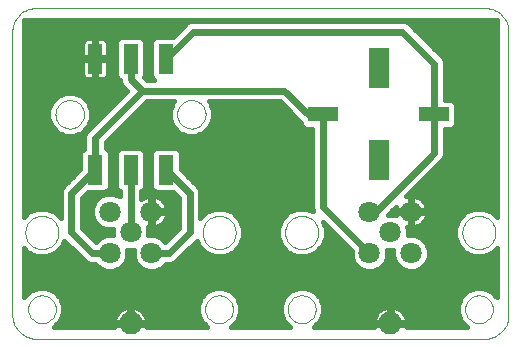
<source format=gbl>
G75*
G70*
%OFA0B0*%
%FSLAX24Y24*%
%IPPOS*%
%LPD*%
%AMOC8*
5,1,8,0,0,1.08239X$1,22.5*
%
%ADD10C,0.0000*%
%ADD11C,0.0709*%
%ADD12C,0.0768*%
%ADD13R,0.0500X0.1000*%
%ADD14R,0.1000X0.0500*%
%ADD15R,0.0650X0.1350*%
%ADD16C,0.0240*%
%ADD17C,0.0160*%
D10*
X006007Y000888D02*
X006007Y010337D01*
X006009Y010391D01*
X006014Y010444D01*
X006023Y010497D01*
X006036Y010549D01*
X006052Y010601D01*
X006072Y010651D01*
X006095Y010699D01*
X006122Y010746D01*
X006151Y010791D01*
X006184Y010834D01*
X006219Y010874D01*
X006257Y010912D01*
X006297Y010947D01*
X006340Y010980D01*
X006385Y011009D01*
X006432Y011036D01*
X006480Y011059D01*
X006530Y011079D01*
X006582Y011095D01*
X006634Y011108D01*
X006687Y011117D01*
X006740Y011122D01*
X006794Y011124D01*
X021755Y011124D01*
X021809Y011122D01*
X021862Y011117D01*
X021915Y011108D01*
X021967Y011095D01*
X022019Y011079D01*
X022069Y011059D01*
X022117Y011036D01*
X022164Y011009D01*
X022209Y010980D01*
X022252Y010947D01*
X022292Y010912D01*
X022330Y010874D01*
X022365Y010834D01*
X022398Y010791D01*
X022427Y010746D01*
X022454Y010699D01*
X022477Y010651D01*
X022497Y010601D01*
X022513Y010549D01*
X022526Y010497D01*
X022535Y010444D01*
X022540Y010391D01*
X022542Y010337D01*
X022542Y000888D01*
X022540Y000834D01*
X022535Y000781D01*
X022526Y000728D01*
X022513Y000676D01*
X022497Y000624D01*
X022477Y000574D01*
X022454Y000526D01*
X022427Y000479D01*
X022398Y000434D01*
X022365Y000391D01*
X022330Y000351D01*
X022292Y000313D01*
X022252Y000278D01*
X022209Y000245D01*
X022164Y000216D01*
X022117Y000189D01*
X022069Y000166D01*
X022019Y000146D01*
X021967Y000130D01*
X021915Y000117D01*
X021862Y000108D01*
X021809Y000103D01*
X021755Y000101D01*
X006794Y000101D01*
X006740Y000103D01*
X006687Y000108D01*
X006634Y000117D01*
X006582Y000130D01*
X006530Y000146D01*
X006480Y000166D01*
X006432Y000189D01*
X006385Y000216D01*
X006340Y000245D01*
X006297Y000278D01*
X006257Y000313D01*
X006219Y000351D01*
X006184Y000391D01*
X006151Y000434D01*
X006122Y000479D01*
X006095Y000526D01*
X006072Y000574D01*
X006052Y000624D01*
X006036Y000676D01*
X006023Y000728D01*
X006014Y000781D01*
X006009Y000834D01*
X006007Y000888D01*
X006528Y001085D02*
X006530Y001128D01*
X006536Y001170D01*
X006546Y001212D01*
X006559Y001252D01*
X006577Y001291D01*
X006597Y001329D01*
X006622Y001364D01*
X006649Y001397D01*
X006679Y001427D01*
X006712Y001454D01*
X006747Y001479D01*
X006785Y001499D01*
X006824Y001517D01*
X006864Y001530D01*
X006906Y001540D01*
X006948Y001546D01*
X006991Y001548D01*
X007034Y001546D01*
X007076Y001540D01*
X007118Y001530D01*
X007158Y001517D01*
X007197Y001499D01*
X007235Y001479D01*
X007270Y001454D01*
X007303Y001427D01*
X007333Y001397D01*
X007360Y001364D01*
X007385Y001329D01*
X007405Y001291D01*
X007423Y001252D01*
X007436Y001212D01*
X007446Y001170D01*
X007452Y001128D01*
X007454Y001085D01*
X007452Y001042D01*
X007446Y001000D01*
X007436Y000958D01*
X007423Y000918D01*
X007405Y000879D01*
X007385Y000841D01*
X007360Y000806D01*
X007333Y000773D01*
X007303Y000743D01*
X007270Y000716D01*
X007235Y000691D01*
X007197Y000671D01*
X007158Y000653D01*
X007118Y000640D01*
X007076Y000630D01*
X007034Y000624D01*
X006991Y000622D01*
X006948Y000624D01*
X006906Y000630D01*
X006864Y000640D01*
X006824Y000653D01*
X006785Y000671D01*
X006747Y000691D01*
X006712Y000716D01*
X006679Y000743D01*
X006649Y000773D01*
X006622Y000806D01*
X006597Y000841D01*
X006577Y000879D01*
X006559Y000918D01*
X006546Y000958D01*
X006536Y001000D01*
X006530Y001042D01*
X006528Y001085D01*
X006440Y003644D02*
X006442Y003691D01*
X006448Y003737D01*
X006458Y003783D01*
X006471Y003828D01*
X006489Y003871D01*
X006510Y003913D01*
X006534Y003953D01*
X006562Y003990D01*
X006593Y004025D01*
X006627Y004058D01*
X006663Y004087D01*
X006702Y004113D01*
X006743Y004136D01*
X006786Y004155D01*
X006830Y004171D01*
X006875Y004183D01*
X006921Y004191D01*
X006968Y004195D01*
X007014Y004195D01*
X007061Y004191D01*
X007107Y004183D01*
X007152Y004171D01*
X007196Y004155D01*
X007239Y004136D01*
X007280Y004113D01*
X007319Y004087D01*
X007355Y004058D01*
X007389Y004025D01*
X007420Y003990D01*
X007448Y003953D01*
X007472Y003913D01*
X007493Y003871D01*
X007511Y003828D01*
X007524Y003783D01*
X007534Y003737D01*
X007540Y003691D01*
X007542Y003644D01*
X007540Y003597D01*
X007534Y003551D01*
X007524Y003505D01*
X007511Y003460D01*
X007493Y003417D01*
X007472Y003375D01*
X007448Y003335D01*
X007420Y003298D01*
X007389Y003263D01*
X007355Y003230D01*
X007319Y003201D01*
X007280Y003175D01*
X007239Y003152D01*
X007196Y003133D01*
X007152Y003117D01*
X007107Y003105D01*
X007061Y003097D01*
X007014Y003093D01*
X006968Y003093D01*
X006921Y003097D01*
X006875Y003105D01*
X006830Y003117D01*
X006786Y003133D01*
X006743Y003152D01*
X006702Y003175D01*
X006663Y003201D01*
X006627Y003230D01*
X006593Y003263D01*
X006562Y003298D01*
X006534Y003335D01*
X006510Y003375D01*
X006489Y003417D01*
X006471Y003460D01*
X006458Y003505D01*
X006448Y003551D01*
X006442Y003597D01*
X006440Y003644D01*
X007442Y007581D02*
X007444Y007624D01*
X007450Y007667D01*
X007460Y007709D01*
X007473Y007750D01*
X007490Y007789D01*
X007511Y007827D01*
X007535Y007863D01*
X007562Y007897D01*
X007592Y007927D01*
X007625Y007955D01*
X007661Y007980D01*
X007698Y008002D01*
X007737Y008020D01*
X007778Y008034D01*
X007820Y008045D01*
X007862Y008052D01*
X007905Y008055D01*
X007948Y008054D01*
X007991Y008049D01*
X008033Y008040D01*
X008075Y008028D01*
X008115Y008011D01*
X008153Y007991D01*
X008189Y007968D01*
X008223Y007942D01*
X008255Y007912D01*
X008284Y007880D01*
X008309Y007845D01*
X008332Y007809D01*
X008351Y007770D01*
X008366Y007730D01*
X008378Y007688D01*
X008386Y007646D01*
X008390Y007603D01*
X008390Y007559D01*
X008386Y007516D01*
X008378Y007474D01*
X008366Y007432D01*
X008351Y007392D01*
X008332Y007353D01*
X008309Y007317D01*
X008284Y007282D01*
X008255Y007250D01*
X008223Y007220D01*
X008189Y007194D01*
X008153Y007171D01*
X008115Y007151D01*
X008075Y007134D01*
X008033Y007122D01*
X007991Y007113D01*
X007948Y007108D01*
X007905Y007107D01*
X007862Y007110D01*
X007820Y007117D01*
X007778Y007128D01*
X007737Y007142D01*
X007698Y007160D01*
X007661Y007182D01*
X007625Y007207D01*
X007592Y007235D01*
X007562Y007265D01*
X007535Y007299D01*
X007511Y007335D01*
X007490Y007373D01*
X007473Y007412D01*
X007460Y007453D01*
X007450Y007495D01*
X007444Y007538D01*
X007442Y007581D01*
X011497Y007581D02*
X011499Y007624D01*
X011505Y007667D01*
X011515Y007709D01*
X011528Y007750D01*
X011545Y007789D01*
X011566Y007827D01*
X011590Y007863D01*
X011617Y007897D01*
X011647Y007927D01*
X011680Y007955D01*
X011716Y007980D01*
X011753Y008002D01*
X011792Y008020D01*
X011833Y008034D01*
X011875Y008045D01*
X011917Y008052D01*
X011960Y008055D01*
X012003Y008054D01*
X012046Y008049D01*
X012088Y008040D01*
X012130Y008028D01*
X012170Y008011D01*
X012208Y007991D01*
X012244Y007968D01*
X012278Y007942D01*
X012310Y007912D01*
X012339Y007880D01*
X012364Y007845D01*
X012387Y007809D01*
X012406Y007770D01*
X012421Y007730D01*
X012433Y007688D01*
X012441Y007646D01*
X012445Y007603D01*
X012445Y007559D01*
X012441Y007516D01*
X012433Y007474D01*
X012421Y007432D01*
X012406Y007392D01*
X012387Y007353D01*
X012364Y007317D01*
X012339Y007282D01*
X012310Y007250D01*
X012278Y007220D01*
X012244Y007194D01*
X012208Y007171D01*
X012170Y007151D01*
X012130Y007134D01*
X012088Y007122D01*
X012046Y007113D01*
X012003Y007108D01*
X011960Y007107D01*
X011917Y007110D01*
X011875Y007117D01*
X011833Y007128D01*
X011792Y007142D01*
X011753Y007160D01*
X011716Y007182D01*
X011680Y007207D01*
X011647Y007235D01*
X011617Y007265D01*
X011590Y007299D01*
X011566Y007335D01*
X011545Y007373D01*
X011528Y007412D01*
X011515Y007453D01*
X011505Y007495D01*
X011499Y007538D01*
X011497Y007581D01*
X012346Y003644D02*
X012348Y003691D01*
X012354Y003737D01*
X012364Y003783D01*
X012377Y003828D01*
X012395Y003871D01*
X012416Y003913D01*
X012440Y003953D01*
X012468Y003990D01*
X012499Y004025D01*
X012533Y004058D01*
X012569Y004087D01*
X012608Y004113D01*
X012649Y004136D01*
X012692Y004155D01*
X012736Y004171D01*
X012781Y004183D01*
X012827Y004191D01*
X012874Y004195D01*
X012920Y004195D01*
X012967Y004191D01*
X013013Y004183D01*
X013058Y004171D01*
X013102Y004155D01*
X013145Y004136D01*
X013186Y004113D01*
X013225Y004087D01*
X013261Y004058D01*
X013295Y004025D01*
X013326Y003990D01*
X013354Y003953D01*
X013378Y003913D01*
X013399Y003871D01*
X013417Y003828D01*
X013430Y003783D01*
X013440Y003737D01*
X013446Y003691D01*
X013448Y003644D01*
X013446Y003597D01*
X013440Y003551D01*
X013430Y003505D01*
X013417Y003460D01*
X013399Y003417D01*
X013378Y003375D01*
X013354Y003335D01*
X013326Y003298D01*
X013295Y003263D01*
X013261Y003230D01*
X013225Y003201D01*
X013186Y003175D01*
X013145Y003152D01*
X013102Y003133D01*
X013058Y003117D01*
X013013Y003105D01*
X012967Y003097D01*
X012920Y003093D01*
X012874Y003093D01*
X012827Y003097D01*
X012781Y003105D01*
X012736Y003117D01*
X012692Y003133D01*
X012649Y003152D01*
X012608Y003175D01*
X012569Y003201D01*
X012533Y003230D01*
X012499Y003263D01*
X012468Y003298D01*
X012440Y003335D01*
X012416Y003375D01*
X012395Y003417D01*
X012377Y003460D01*
X012364Y003505D01*
X012354Y003551D01*
X012348Y003597D01*
X012346Y003644D01*
X012434Y001085D02*
X012436Y001128D01*
X012442Y001170D01*
X012452Y001212D01*
X012465Y001252D01*
X012483Y001291D01*
X012503Y001329D01*
X012528Y001364D01*
X012555Y001397D01*
X012585Y001427D01*
X012618Y001454D01*
X012653Y001479D01*
X012691Y001499D01*
X012730Y001517D01*
X012770Y001530D01*
X012812Y001540D01*
X012854Y001546D01*
X012897Y001548D01*
X012940Y001546D01*
X012982Y001540D01*
X013024Y001530D01*
X013064Y001517D01*
X013103Y001499D01*
X013141Y001479D01*
X013176Y001454D01*
X013209Y001427D01*
X013239Y001397D01*
X013266Y001364D01*
X013291Y001329D01*
X013311Y001291D01*
X013329Y001252D01*
X013342Y001212D01*
X013352Y001170D01*
X013358Y001128D01*
X013360Y001085D01*
X013358Y001042D01*
X013352Y001000D01*
X013342Y000958D01*
X013329Y000918D01*
X013311Y000879D01*
X013291Y000841D01*
X013266Y000806D01*
X013239Y000773D01*
X013209Y000743D01*
X013176Y000716D01*
X013141Y000691D01*
X013103Y000671D01*
X013064Y000653D01*
X013024Y000640D01*
X012982Y000630D01*
X012940Y000624D01*
X012897Y000622D01*
X012854Y000624D01*
X012812Y000630D01*
X012770Y000640D01*
X012730Y000653D01*
X012691Y000671D01*
X012653Y000691D01*
X012618Y000716D01*
X012585Y000743D01*
X012555Y000773D01*
X012528Y000806D01*
X012503Y000841D01*
X012483Y000879D01*
X012465Y000918D01*
X012452Y000958D01*
X012442Y001000D01*
X012436Y001042D01*
X012434Y001085D01*
X015190Y001085D02*
X015192Y001128D01*
X015198Y001170D01*
X015208Y001212D01*
X015221Y001252D01*
X015239Y001291D01*
X015259Y001329D01*
X015284Y001364D01*
X015311Y001397D01*
X015341Y001427D01*
X015374Y001454D01*
X015409Y001479D01*
X015447Y001499D01*
X015486Y001517D01*
X015526Y001530D01*
X015568Y001540D01*
X015610Y001546D01*
X015653Y001548D01*
X015696Y001546D01*
X015738Y001540D01*
X015780Y001530D01*
X015820Y001517D01*
X015859Y001499D01*
X015897Y001479D01*
X015932Y001454D01*
X015965Y001427D01*
X015995Y001397D01*
X016022Y001364D01*
X016047Y001329D01*
X016067Y001291D01*
X016085Y001252D01*
X016098Y001212D01*
X016108Y001170D01*
X016114Y001128D01*
X016116Y001085D01*
X016114Y001042D01*
X016108Y001000D01*
X016098Y000958D01*
X016085Y000918D01*
X016067Y000879D01*
X016047Y000841D01*
X016022Y000806D01*
X015995Y000773D01*
X015965Y000743D01*
X015932Y000716D01*
X015897Y000691D01*
X015859Y000671D01*
X015820Y000653D01*
X015780Y000640D01*
X015738Y000630D01*
X015696Y000624D01*
X015653Y000622D01*
X015610Y000624D01*
X015568Y000630D01*
X015526Y000640D01*
X015486Y000653D01*
X015447Y000671D01*
X015409Y000691D01*
X015374Y000716D01*
X015341Y000743D01*
X015311Y000773D01*
X015284Y000806D01*
X015259Y000841D01*
X015239Y000879D01*
X015221Y000918D01*
X015208Y000958D01*
X015198Y001000D01*
X015192Y001042D01*
X015190Y001085D01*
X015102Y003644D02*
X015104Y003691D01*
X015110Y003737D01*
X015120Y003783D01*
X015133Y003828D01*
X015151Y003871D01*
X015172Y003913D01*
X015196Y003953D01*
X015224Y003990D01*
X015255Y004025D01*
X015289Y004058D01*
X015325Y004087D01*
X015364Y004113D01*
X015405Y004136D01*
X015448Y004155D01*
X015492Y004171D01*
X015537Y004183D01*
X015583Y004191D01*
X015630Y004195D01*
X015676Y004195D01*
X015723Y004191D01*
X015769Y004183D01*
X015814Y004171D01*
X015858Y004155D01*
X015901Y004136D01*
X015942Y004113D01*
X015981Y004087D01*
X016017Y004058D01*
X016051Y004025D01*
X016082Y003990D01*
X016110Y003953D01*
X016134Y003913D01*
X016155Y003871D01*
X016173Y003828D01*
X016186Y003783D01*
X016196Y003737D01*
X016202Y003691D01*
X016204Y003644D01*
X016202Y003597D01*
X016196Y003551D01*
X016186Y003505D01*
X016173Y003460D01*
X016155Y003417D01*
X016134Y003375D01*
X016110Y003335D01*
X016082Y003298D01*
X016051Y003263D01*
X016017Y003230D01*
X015981Y003201D01*
X015942Y003175D01*
X015901Y003152D01*
X015858Y003133D01*
X015814Y003117D01*
X015769Y003105D01*
X015723Y003097D01*
X015676Y003093D01*
X015630Y003093D01*
X015583Y003097D01*
X015537Y003105D01*
X015492Y003117D01*
X015448Y003133D01*
X015405Y003152D01*
X015364Y003175D01*
X015325Y003201D01*
X015289Y003230D01*
X015255Y003263D01*
X015224Y003298D01*
X015196Y003335D01*
X015172Y003375D01*
X015151Y003417D01*
X015133Y003460D01*
X015120Y003505D01*
X015110Y003551D01*
X015104Y003597D01*
X015102Y003644D01*
X021007Y003644D02*
X021009Y003691D01*
X021015Y003737D01*
X021025Y003783D01*
X021038Y003828D01*
X021056Y003871D01*
X021077Y003913D01*
X021101Y003953D01*
X021129Y003990D01*
X021160Y004025D01*
X021194Y004058D01*
X021230Y004087D01*
X021269Y004113D01*
X021310Y004136D01*
X021353Y004155D01*
X021397Y004171D01*
X021442Y004183D01*
X021488Y004191D01*
X021535Y004195D01*
X021581Y004195D01*
X021628Y004191D01*
X021674Y004183D01*
X021719Y004171D01*
X021763Y004155D01*
X021806Y004136D01*
X021847Y004113D01*
X021886Y004087D01*
X021922Y004058D01*
X021956Y004025D01*
X021987Y003990D01*
X022015Y003953D01*
X022039Y003913D01*
X022060Y003871D01*
X022078Y003828D01*
X022091Y003783D01*
X022101Y003737D01*
X022107Y003691D01*
X022109Y003644D01*
X022107Y003597D01*
X022101Y003551D01*
X022091Y003505D01*
X022078Y003460D01*
X022060Y003417D01*
X022039Y003375D01*
X022015Y003335D01*
X021987Y003298D01*
X021956Y003263D01*
X021922Y003230D01*
X021886Y003201D01*
X021847Y003175D01*
X021806Y003152D01*
X021763Y003133D01*
X021719Y003117D01*
X021674Y003105D01*
X021628Y003097D01*
X021581Y003093D01*
X021535Y003093D01*
X021488Y003097D01*
X021442Y003105D01*
X021397Y003117D01*
X021353Y003133D01*
X021310Y003152D01*
X021269Y003175D01*
X021230Y003201D01*
X021194Y003230D01*
X021160Y003263D01*
X021129Y003298D01*
X021101Y003335D01*
X021077Y003375D01*
X021056Y003417D01*
X021038Y003460D01*
X021025Y003505D01*
X021015Y003551D01*
X021009Y003597D01*
X021007Y003644D01*
X021095Y001085D02*
X021097Y001128D01*
X021103Y001170D01*
X021113Y001212D01*
X021126Y001252D01*
X021144Y001291D01*
X021164Y001329D01*
X021189Y001364D01*
X021216Y001397D01*
X021246Y001427D01*
X021279Y001454D01*
X021314Y001479D01*
X021352Y001499D01*
X021391Y001517D01*
X021431Y001530D01*
X021473Y001540D01*
X021515Y001546D01*
X021558Y001548D01*
X021601Y001546D01*
X021643Y001540D01*
X021685Y001530D01*
X021725Y001517D01*
X021764Y001499D01*
X021802Y001479D01*
X021837Y001454D01*
X021870Y001427D01*
X021900Y001397D01*
X021927Y001364D01*
X021952Y001329D01*
X021972Y001291D01*
X021990Y001252D01*
X022003Y001212D01*
X022013Y001170D01*
X022019Y001128D01*
X022021Y001085D01*
X022019Y001042D01*
X022013Y001000D01*
X022003Y000958D01*
X021990Y000918D01*
X021972Y000879D01*
X021952Y000841D01*
X021927Y000806D01*
X021900Y000773D01*
X021870Y000743D01*
X021837Y000716D01*
X021802Y000691D01*
X021764Y000671D01*
X021725Y000653D01*
X021685Y000640D01*
X021643Y000630D01*
X021601Y000624D01*
X021558Y000622D01*
X021515Y000624D01*
X021473Y000630D01*
X021431Y000640D01*
X021391Y000653D01*
X021352Y000671D01*
X021314Y000691D01*
X021279Y000716D01*
X021246Y000743D01*
X021216Y000773D01*
X021189Y000806D01*
X021164Y000841D01*
X021144Y000879D01*
X021126Y000918D01*
X021113Y000958D01*
X021103Y001000D01*
X021097Y001042D01*
X021095Y001085D01*
D11*
X019301Y002948D03*
X018605Y003644D03*
X017909Y004340D03*
X019301Y004340D03*
X017909Y002948D03*
X010640Y002948D03*
X009944Y003644D03*
X010640Y004340D03*
X009248Y004340D03*
X009248Y002948D03*
D12*
X009944Y000613D03*
X018605Y000613D03*
D13*
X011125Y005731D03*
X009944Y005731D03*
X008763Y005731D03*
X008763Y009431D03*
X009944Y009431D03*
X011125Y009431D03*
D14*
X016361Y007581D03*
X020062Y007581D03*
D15*
X018212Y006052D03*
X018212Y009111D03*
D16*
X018999Y010337D02*
X020062Y009274D01*
X020062Y007581D01*
X020062Y006282D01*
X018120Y004340D01*
X017909Y004340D01*
X017909Y002948D02*
X016361Y004496D01*
X016361Y007581D01*
X015849Y007581D01*
X015062Y008369D01*
X010338Y008369D01*
X008763Y006794D01*
X008763Y005731D01*
X008763Y006006D01*
X008763Y005731D02*
X007975Y004944D01*
X007975Y003644D01*
X008671Y002948D01*
X009248Y002948D01*
X009944Y003644D02*
X009944Y005731D01*
X011125Y005731D02*
X011912Y004944D01*
X011912Y003644D01*
X011216Y002948D01*
X010640Y002948D01*
X010338Y008369D02*
X009944Y008762D01*
X009944Y009431D01*
X011125Y009431D02*
X012031Y010337D01*
X018999Y010337D01*
D17*
X019280Y010565D02*
X022149Y010565D01*
X022149Y010715D02*
X022149Y004172D01*
X022006Y004315D01*
X021715Y004435D01*
X021401Y004435D01*
X021110Y004315D01*
X020887Y004092D01*
X020767Y003801D01*
X020767Y003487D01*
X020887Y003196D01*
X021110Y002973D01*
X021401Y002853D01*
X021715Y002853D01*
X022006Y002973D01*
X022149Y003116D01*
X022149Y001488D01*
X021956Y001681D01*
X021698Y001788D01*
X021418Y001788D01*
X021160Y001681D01*
X020962Y001483D01*
X020856Y001225D01*
X020856Y000945D01*
X020962Y000687D01*
X021155Y000494D01*
X019157Y000494D01*
X019169Y000565D01*
X018654Y000565D01*
X018654Y000661D01*
X019169Y000661D01*
X019155Y000745D01*
X019128Y000829D01*
X019088Y000908D01*
X019035Y000980D01*
X018973Y001043D01*
X018901Y001095D01*
X018822Y001135D01*
X018737Y001163D01*
X018653Y001176D01*
X018653Y000661D01*
X018557Y000661D01*
X018557Y001176D01*
X018473Y001163D01*
X018389Y001135D01*
X018310Y001095D01*
X018238Y001043D01*
X018175Y000980D01*
X018123Y000908D01*
X018083Y000829D01*
X018055Y000745D01*
X018042Y000661D01*
X018557Y000661D01*
X018557Y000565D01*
X018042Y000565D01*
X018053Y000494D01*
X016056Y000494D01*
X016248Y000687D01*
X016355Y000945D01*
X016355Y001225D01*
X016248Y001483D01*
X016051Y001681D01*
X015792Y001788D01*
X015513Y001788D01*
X015255Y001681D01*
X015057Y001483D01*
X014950Y001225D01*
X014950Y000945D01*
X015057Y000687D01*
X015250Y000494D01*
X013300Y000494D01*
X013492Y000687D01*
X013599Y000945D01*
X013599Y001225D01*
X013492Y001483D01*
X013295Y001681D01*
X013036Y001788D01*
X012757Y001788D01*
X012499Y001681D01*
X012301Y001483D01*
X012194Y001225D01*
X012194Y000945D01*
X012301Y000687D01*
X012494Y000494D01*
X010496Y000494D01*
X010507Y000565D01*
X009992Y000565D01*
X009992Y000661D01*
X009896Y000661D01*
X009896Y001176D01*
X009812Y001163D01*
X009727Y001135D01*
X009648Y001095D01*
X009577Y001043D01*
X009514Y000980D01*
X009462Y000908D01*
X009421Y000829D01*
X009394Y000745D01*
X009381Y000661D01*
X009896Y000661D01*
X009896Y000565D01*
X009381Y000565D01*
X009392Y000494D01*
X007394Y000494D01*
X007587Y000687D01*
X007694Y000945D01*
X007694Y001225D01*
X007587Y001483D01*
X007389Y001681D01*
X007131Y001788D01*
X006851Y001788D01*
X006593Y001681D01*
X006401Y001488D01*
X006401Y003116D01*
X006543Y002973D01*
X006834Y002853D01*
X007149Y002853D01*
X007439Y002973D01*
X007662Y003196D01*
X007736Y003375D01*
X008366Y002744D01*
X008467Y002643D01*
X008600Y002588D01*
X008767Y002588D01*
X008911Y002444D01*
X009130Y002354D01*
X009366Y002354D01*
X009585Y002444D01*
X009752Y002611D01*
X009842Y002830D01*
X009842Y003050D01*
X010046Y003050D01*
X010046Y002830D01*
X010136Y002611D01*
X010303Y002444D01*
X010522Y002354D01*
X010758Y002354D01*
X010977Y002444D01*
X011120Y002588D01*
X011288Y002588D01*
X011420Y002643D01*
X011522Y002744D01*
X011522Y002744D01*
X012152Y003375D01*
X012226Y003196D01*
X012449Y002973D01*
X012739Y002853D01*
X013054Y002853D01*
X013345Y002973D01*
X013567Y003196D01*
X013688Y003487D01*
X013688Y003801D01*
X013567Y004092D01*
X013345Y004315D01*
X013054Y004435D01*
X012739Y004435D01*
X012449Y004315D01*
X012272Y004139D01*
X012272Y005015D01*
X012218Y005148D01*
X012116Y005249D01*
X011615Y005750D01*
X011615Y006279D01*
X011578Y006367D01*
X011511Y006435D01*
X011423Y006471D01*
X010827Y006471D01*
X010739Y006435D01*
X010672Y006367D01*
X010635Y006279D01*
X010635Y005183D01*
X010672Y005095D01*
X010739Y005028D01*
X010827Y004991D01*
X011356Y004991D01*
X011552Y004795D01*
X011552Y003793D01*
X011094Y003335D01*
X010977Y003452D01*
X010758Y003542D01*
X010538Y003542D01*
X010538Y003762D01*
X010515Y003819D01*
X010598Y003806D01*
X010602Y003806D01*
X010602Y004302D01*
X010678Y004302D01*
X010678Y004378D01*
X011174Y004378D01*
X011174Y004382D01*
X011161Y004465D01*
X011135Y004545D01*
X011097Y004620D01*
X011047Y004688D01*
X010988Y004748D01*
X010920Y004797D01*
X010845Y004835D01*
X010765Y004861D01*
X010682Y004874D01*
X010678Y004874D01*
X010678Y004378D01*
X010602Y004378D01*
X010602Y004874D01*
X010598Y004874D01*
X010515Y004861D01*
X010435Y004835D01*
X010360Y004797D01*
X010304Y004756D01*
X010304Y005017D01*
X010330Y005028D01*
X010397Y005095D01*
X010434Y005183D01*
X010434Y006279D01*
X010397Y006367D01*
X010330Y006435D01*
X010242Y006471D01*
X009646Y006471D01*
X009558Y006435D01*
X009490Y006367D01*
X009454Y006279D01*
X009454Y005183D01*
X009490Y005095D01*
X009558Y005028D01*
X009584Y005017D01*
X009584Y004844D01*
X009366Y004934D01*
X009130Y004934D01*
X008911Y004844D01*
X008744Y004677D01*
X008654Y004458D01*
X008654Y004222D01*
X008744Y004003D01*
X008911Y003836D01*
X009130Y003746D01*
X009350Y003746D01*
X009350Y003542D01*
X009130Y003542D01*
X008911Y003452D01*
X008794Y003335D01*
X008335Y003793D01*
X008335Y004795D01*
X008532Y004991D01*
X009061Y004991D01*
X009149Y005028D01*
X009216Y005095D01*
X009253Y005183D01*
X009253Y006279D01*
X009216Y006367D01*
X009149Y006435D01*
X009123Y006445D01*
X009123Y006645D01*
X010487Y008009D01*
X011389Y008009D01*
X011366Y007986D01*
X011257Y007723D01*
X011257Y007439D01*
X011366Y007176D01*
X011567Y006975D01*
X011829Y006867D01*
X012114Y006867D01*
X012376Y006975D01*
X012577Y007176D01*
X012686Y007439D01*
X012686Y007723D01*
X012577Y007986D01*
X012554Y008009D01*
X014913Y008009D01*
X015621Y007300D01*
X015621Y007283D01*
X015658Y007195D01*
X015725Y007128D01*
X015814Y007091D01*
X016001Y007091D01*
X016001Y004425D01*
X016036Y004342D01*
X015810Y004435D01*
X015495Y004435D01*
X015204Y004315D01*
X014982Y004092D01*
X014861Y003801D01*
X014861Y003487D01*
X014982Y003196D01*
X015204Y002973D01*
X015495Y002853D01*
X015810Y002853D01*
X016101Y002973D01*
X016323Y003196D01*
X016444Y003487D01*
X016444Y003801D01*
X016371Y003978D01*
X017315Y003033D01*
X017315Y002830D01*
X017406Y002611D01*
X017573Y002444D01*
X017791Y002354D01*
X018028Y002354D01*
X018246Y002444D01*
X018413Y002611D01*
X018504Y002830D01*
X018504Y003050D01*
X018707Y003050D01*
X018707Y002830D01*
X018797Y002611D01*
X018965Y002444D01*
X019183Y002354D01*
X019420Y002354D01*
X019638Y002444D01*
X019805Y002611D01*
X019896Y002830D01*
X019896Y003066D01*
X019805Y003285D01*
X019638Y003452D01*
X019420Y003542D01*
X019200Y003542D01*
X019200Y003762D01*
X019176Y003819D01*
X019259Y003806D01*
X019263Y003806D01*
X019263Y004302D01*
X018767Y004302D01*
X018767Y004298D01*
X018780Y004215D01*
X018780Y004215D01*
X018724Y004238D01*
X018528Y004238D01*
X018793Y004503D01*
X018780Y004465D01*
X018767Y004382D01*
X018767Y004378D01*
X019263Y004378D01*
X019263Y004302D01*
X019339Y004302D01*
X019339Y003806D01*
X019343Y003806D01*
X019426Y003819D01*
X019506Y003845D01*
X019581Y003883D01*
X019649Y003933D01*
X019709Y003992D01*
X019758Y004060D01*
X019796Y004135D01*
X019822Y004215D01*
X019836Y004298D01*
X019836Y004302D01*
X019340Y004302D01*
X019340Y004378D01*
X019836Y004378D01*
X019836Y004382D01*
X019822Y004465D01*
X019796Y004545D01*
X019758Y004620D01*
X019709Y004688D01*
X019649Y004748D01*
X019581Y004797D01*
X019506Y004835D01*
X019426Y004861D01*
X019343Y004874D01*
X019339Y004874D01*
X019339Y004378D01*
X019263Y004378D01*
X019263Y004874D01*
X019259Y004874D01*
X019176Y004861D01*
X019138Y004849D01*
X020266Y005977D01*
X020367Y006078D01*
X020422Y006210D01*
X020422Y007091D01*
X020610Y007091D01*
X020698Y007128D01*
X020765Y007195D01*
X020802Y007283D01*
X020802Y007879D01*
X020765Y007967D01*
X020698Y008035D01*
X020610Y008071D01*
X020422Y008071D01*
X020422Y009346D01*
X020367Y009478D01*
X020266Y009579D01*
X019203Y010642D01*
X019071Y010697D01*
X018927Y010697D01*
X011959Y010697D01*
X011827Y010642D01*
X011726Y010541D01*
X011356Y010171D01*
X010827Y010171D01*
X010739Y010135D01*
X010672Y010067D01*
X010635Y009979D01*
X010635Y008883D01*
X010672Y008795D01*
X010738Y008728D01*
X010487Y008728D01*
X010404Y008811D01*
X010434Y008883D01*
X010434Y009979D01*
X010397Y010067D01*
X010330Y010135D01*
X010242Y010171D01*
X009646Y010171D01*
X009558Y010135D01*
X009490Y010067D01*
X009454Y009979D01*
X009454Y008883D01*
X009490Y008795D01*
X009558Y008728D01*
X009584Y008717D01*
X009584Y008691D01*
X009639Y008558D01*
X009740Y008457D01*
X009829Y008369D01*
X008559Y007099D01*
X008458Y006998D01*
X008403Y006865D01*
X008403Y006445D01*
X008377Y006435D01*
X008309Y006367D01*
X008273Y006279D01*
X008273Y005750D01*
X007771Y005249D01*
X007670Y005148D01*
X007615Y005015D01*
X007615Y004139D01*
X007439Y004315D01*
X007149Y004435D01*
X006834Y004435D01*
X006543Y004315D01*
X006401Y004172D01*
X006401Y010715D01*
X006407Y010724D01*
X006416Y010731D01*
X022133Y010731D01*
X022142Y010724D01*
X022149Y010715D01*
X022143Y010723D02*
X006407Y010723D01*
X006401Y010565D02*
X011749Y010565D01*
X011591Y010406D02*
X006401Y010406D01*
X006401Y010248D02*
X011432Y010248D01*
X010694Y010089D02*
X010375Y010089D01*
X010434Y009930D02*
X010635Y009930D01*
X010635Y009772D02*
X010434Y009772D01*
X010434Y009613D02*
X010635Y009613D01*
X010635Y009455D02*
X010434Y009455D01*
X010434Y009296D02*
X010635Y009296D01*
X010635Y009138D02*
X010434Y009138D01*
X010434Y008979D02*
X010635Y008979D01*
X010661Y008821D02*
X010408Y008821D01*
X009805Y008345D02*
X006401Y008345D01*
X006401Y008186D02*
X007511Y008186D01*
X007512Y008187D02*
X007311Y007986D01*
X007202Y007723D01*
X007202Y007439D01*
X007311Y007176D01*
X007512Y006975D01*
X007774Y006867D01*
X008058Y006867D01*
X008321Y006975D01*
X008522Y007176D01*
X008631Y007439D01*
X008631Y007723D01*
X008522Y007986D01*
X008321Y008187D01*
X008058Y008295D01*
X007774Y008295D01*
X007512Y008187D01*
X007353Y008028D02*
X006401Y008028D01*
X006401Y007869D02*
X007263Y007869D01*
X007202Y007711D02*
X006401Y007711D01*
X006401Y007552D02*
X007202Y007552D01*
X007221Y007394D02*
X006401Y007394D01*
X006401Y007235D02*
X007286Y007235D01*
X007410Y007077D02*
X006401Y007077D01*
X006401Y006918D02*
X007650Y006918D01*
X008183Y006918D02*
X008425Y006918D01*
X008422Y007077D02*
X008537Y007077D01*
X008546Y007235D02*
X008695Y007235D01*
X008612Y007394D02*
X008854Y007394D01*
X009012Y007552D02*
X008631Y007552D01*
X008631Y007711D02*
X009171Y007711D01*
X009329Y007869D02*
X008570Y007869D01*
X008480Y008028D02*
X009488Y008028D01*
X009647Y008186D02*
X008321Y008186D01*
X008489Y008751D02*
X008718Y008751D01*
X008718Y009386D01*
X008808Y009386D01*
X008808Y009476D01*
X009193Y009476D01*
X009193Y009955D01*
X009181Y010001D01*
X009157Y010042D01*
X009123Y010075D01*
X009082Y010099D01*
X009037Y010111D01*
X008808Y010111D01*
X008808Y009476D01*
X008718Y009476D01*
X008718Y010111D01*
X008489Y010111D01*
X008443Y010099D01*
X008402Y010075D01*
X008369Y010042D01*
X008345Y010001D01*
X008333Y009955D01*
X008333Y009476D01*
X008718Y009476D01*
X008718Y009386D01*
X008333Y009386D01*
X008333Y008907D01*
X008345Y008862D01*
X008369Y008821D01*
X006401Y008821D01*
X006401Y008979D02*
X008333Y008979D01*
X008333Y009138D02*
X006401Y009138D01*
X006401Y009296D02*
X008333Y009296D01*
X008333Y009613D02*
X006401Y009613D01*
X006401Y009455D02*
X008718Y009455D01*
X008808Y009455D02*
X009454Y009455D01*
X009454Y009613D02*
X009193Y009613D01*
X009193Y009772D02*
X009454Y009772D01*
X009454Y009930D02*
X009193Y009930D01*
X009099Y010089D02*
X009512Y010089D01*
X008808Y010089D02*
X008718Y010089D01*
X008718Y009930D02*
X008808Y009930D01*
X008808Y009772D02*
X008718Y009772D01*
X008718Y009613D02*
X008808Y009613D01*
X008808Y009386D02*
X009193Y009386D01*
X009193Y008907D01*
X009181Y008862D01*
X009157Y008821D01*
X009480Y008821D01*
X009454Y008979D02*
X009193Y008979D01*
X009193Y009138D02*
X009454Y009138D01*
X009454Y009296D02*
X009193Y009296D01*
X008808Y009296D02*
X008718Y009296D01*
X008808Y009386D02*
X008808Y008751D01*
X009037Y008751D01*
X009082Y008763D01*
X009123Y008787D01*
X009157Y008821D01*
X008808Y008821D02*
X008718Y008821D01*
X008718Y008979D02*
X008808Y008979D01*
X008808Y009138D02*
X008718Y009138D01*
X008489Y008751D02*
X008443Y008763D01*
X008402Y008787D01*
X008369Y008821D01*
X008333Y009772D02*
X006401Y009772D01*
X006401Y009930D02*
X008333Y009930D01*
X008426Y010089D02*
X006401Y010089D01*
X006401Y008662D02*
X009596Y008662D01*
X009693Y008504D02*
X006401Y008504D01*
X006401Y006760D02*
X008403Y006760D01*
X008403Y006601D02*
X006401Y006601D01*
X006401Y006443D02*
X008396Y006443D01*
X008275Y006284D02*
X006401Y006284D01*
X006401Y006125D02*
X008273Y006125D01*
X008273Y005967D02*
X006401Y005967D01*
X006401Y005808D02*
X008273Y005808D01*
X008172Y005650D02*
X006401Y005650D01*
X006401Y005491D02*
X008014Y005491D01*
X007855Y005333D02*
X006401Y005333D01*
X006401Y005174D02*
X007697Y005174D01*
X007616Y005016D02*
X006401Y005016D01*
X006401Y004857D02*
X007615Y004857D01*
X007615Y004699D02*
X006401Y004699D01*
X006401Y004540D02*
X007615Y004540D01*
X007615Y004381D02*
X007278Y004381D01*
X007531Y004223D02*
X007615Y004223D01*
X008335Y004223D02*
X008654Y004223D01*
X008654Y004381D02*
X008335Y004381D01*
X008335Y004540D02*
X008687Y004540D01*
X008766Y004699D02*
X008335Y004699D01*
X008398Y004857D02*
X008943Y004857D01*
X009120Y005016D02*
X009584Y005016D01*
X009584Y004857D02*
X009553Y004857D01*
X009458Y005174D02*
X009249Y005174D01*
X009253Y005333D02*
X009454Y005333D01*
X009454Y005491D02*
X009253Y005491D01*
X009253Y005650D02*
X009454Y005650D01*
X009454Y005808D02*
X009253Y005808D01*
X009253Y005967D02*
X009454Y005967D01*
X009454Y006125D02*
X009253Y006125D01*
X009251Y006284D02*
X009456Y006284D01*
X009577Y006443D02*
X009129Y006443D01*
X009123Y006601D02*
X016001Y006601D01*
X016001Y006443D02*
X011492Y006443D01*
X011613Y006284D02*
X016001Y006284D01*
X016001Y006125D02*
X011615Y006125D01*
X011615Y005967D02*
X016001Y005967D01*
X016001Y005808D02*
X011615Y005808D01*
X011715Y005650D02*
X016001Y005650D01*
X016001Y005491D02*
X011874Y005491D01*
X012032Y005333D02*
X016001Y005333D01*
X016001Y005174D02*
X012191Y005174D01*
X012116Y005249D02*
X012116Y005249D01*
X012272Y005016D02*
X016001Y005016D01*
X016001Y004857D02*
X012272Y004857D01*
X012272Y004699D02*
X016001Y004699D01*
X016001Y004540D02*
X012272Y004540D01*
X012272Y004381D02*
X012609Y004381D01*
X012357Y004223D02*
X012272Y004223D01*
X011552Y004223D02*
X011162Y004223D01*
X011161Y004215D02*
X011174Y004298D01*
X011174Y004302D01*
X010678Y004302D01*
X010678Y003806D01*
X010682Y003806D01*
X010765Y003819D01*
X010845Y003845D01*
X010920Y003883D01*
X010988Y003933D01*
X011047Y003992D01*
X011097Y004060D01*
X011135Y004135D01*
X011161Y004215D01*
X011099Y004064D02*
X011552Y004064D01*
X011552Y003906D02*
X010951Y003906D01*
X010678Y003906D02*
X010602Y003906D01*
X010602Y004064D02*
X010678Y004064D01*
X010678Y004223D02*
X010602Y004223D01*
X010602Y004381D02*
X010678Y004381D01*
X010678Y004540D02*
X010602Y004540D01*
X010602Y004699D02*
X010678Y004699D01*
X010678Y004857D02*
X010602Y004857D01*
X010502Y004857D02*
X010304Y004857D01*
X010304Y005016D02*
X010768Y005016D01*
X010778Y004857D02*
X011490Y004857D01*
X011552Y004699D02*
X011037Y004699D01*
X011137Y004540D02*
X011552Y004540D01*
X011552Y004381D02*
X011174Y004381D01*
X011507Y003747D02*
X010538Y003747D01*
X010538Y003589D02*
X011348Y003589D01*
X011189Y003430D02*
X010998Y003430D01*
X011573Y002796D02*
X017329Y002796D01*
X017315Y002955D02*
X016055Y002955D01*
X016241Y003113D02*
X017235Y003113D01*
X017077Y003272D02*
X016355Y003272D01*
X016420Y003430D02*
X016918Y003430D01*
X016760Y003589D02*
X016444Y003589D01*
X016444Y003747D02*
X016601Y003747D01*
X016443Y003906D02*
X016401Y003906D01*
X016019Y004381D02*
X015940Y004381D01*
X015365Y004381D02*
X013184Y004381D01*
X013437Y004223D02*
X015113Y004223D01*
X014970Y004064D02*
X013579Y004064D01*
X013645Y003906D02*
X014905Y003906D01*
X014861Y003747D02*
X013688Y003747D01*
X013688Y003589D02*
X014861Y003589D01*
X014885Y003430D02*
X013664Y003430D01*
X013599Y003272D02*
X014950Y003272D01*
X015065Y003113D02*
X013485Y003113D01*
X013299Y002955D02*
X015250Y002955D01*
X015268Y001686D02*
X013281Y001686D01*
X013448Y001528D02*
X015102Y001528D01*
X015010Y001369D02*
X013539Y001369D01*
X013599Y001211D02*
X014950Y001211D01*
X014950Y001052D02*
X013599Y001052D01*
X013578Y000894D02*
X014971Y000894D01*
X015037Y000735D02*
X013512Y000735D01*
X013382Y000576D02*
X015168Y000576D01*
X016138Y000576D02*
X018557Y000576D01*
X018654Y000576D02*
X021073Y000576D01*
X020943Y000735D02*
X019157Y000735D01*
X019095Y000894D02*
X020877Y000894D01*
X020856Y001052D02*
X018960Y001052D01*
X018653Y001052D02*
X018557Y001052D01*
X018557Y000894D02*
X018653Y000894D01*
X018653Y000735D02*
X018557Y000735D01*
X018251Y001052D02*
X016355Y001052D01*
X016355Y001211D02*
X020856Y001211D01*
X020915Y001369D02*
X016295Y001369D01*
X016204Y001528D02*
X021007Y001528D01*
X021174Y001686D02*
X016037Y001686D01*
X016334Y000894D02*
X018116Y000894D01*
X018054Y000735D02*
X016268Y000735D01*
X017538Y002479D02*
X011011Y002479D01*
X011407Y002637D02*
X017395Y002637D01*
X018281Y002479D02*
X018930Y002479D01*
X018787Y002637D02*
X018424Y002637D01*
X018490Y002796D02*
X018721Y002796D01*
X018707Y002955D02*
X018504Y002955D01*
X019200Y003589D02*
X020767Y003589D01*
X020767Y003747D02*
X019200Y003747D01*
X019176Y003819D02*
X019176Y003819D01*
X019263Y003906D02*
X019339Y003906D01*
X019339Y004064D02*
X019263Y004064D01*
X019263Y004223D02*
X019339Y004223D01*
X019339Y004381D02*
X019263Y004381D01*
X019263Y004540D02*
X019339Y004540D01*
X019339Y004699D02*
X019263Y004699D01*
X019263Y004857D02*
X019339Y004857D01*
X019439Y004857D02*
X022149Y004857D01*
X022149Y004699D02*
X019698Y004699D01*
X019798Y004540D02*
X022149Y004540D01*
X022149Y004381D02*
X021845Y004381D01*
X022098Y004223D02*
X022149Y004223D01*
X022149Y005016D02*
X019305Y005016D01*
X019164Y004857D02*
X019146Y004857D01*
X019463Y005174D02*
X022149Y005174D01*
X022149Y005333D02*
X019622Y005333D01*
X019781Y005491D02*
X022149Y005491D01*
X022149Y005650D02*
X019939Y005650D01*
X020098Y005808D02*
X022149Y005808D01*
X022149Y005967D02*
X020256Y005967D01*
X020387Y006125D02*
X022149Y006125D01*
X022149Y006284D02*
X020422Y006284D01*
X020422Y006443D02*
X022149Y006443D01*
X022149Y006601D02*
X020422Y006601D01*
X020422Y006760D02*
X022149Y006760D01*
X022149Y006918D02*
X020422Y006918D01*
X020422Y007077D02*
X022149Y007077D01*
X022149Y007235D02*
X020782Y007235D01*
X020802Y007394D02*
X022149Y007394D01*
X022149Y007552D02*
X020802Y007552D01*
X020802Y007711D02*
X022149Y007711D01*
X022149Y007869D02*
X020802Y007869D01*
X020705Y008028D02*
X022149Y008028D01*
X022149Y008186D02*
X020422Y008186D01*
X020422Y008345D02*
X022149Y008345D01*
X022149Y008504D02*
X020422Y008504D01*
X020422Y008662D02*
X022149Y008662D01*
X022149Y008821D02*
X020422Y008821D01*
X020422Y008979D02*
X022149Y008979D01*
X022149Y009138D02*
X020422Y009138D01*
X020422Y009296D02*
X022149Y009296D01*
X022149Y009455D02*
X020377Y009455D01*
X020232Y009613D02*
X022149Y009613D01*
X022149Y009772D02*
X020073Y009772D01*
X019915Y009930D02*
X022149Y009930D01*
X022149Y010089D02*
X019756Y010089D01*
X019598Y010248D02*
X022149Y010248D01*
X022149Y010406D02*
X019439Y010406D01*
X016001Y007077D02*
X012477Y007077D01*
X012601Y007235D02*
X015641Y007235D01*
X015528Y007394D02*
X012667Y007394D01*
X012686Y007552D02*
X015369Y007552D01*
X015211Y007711D02*
X012686Y007711D01*
X012625Y007869D02*
X015052Y007869D01*
X016001Y006918D02*
X012238Y006918D01*
X011705Y006918D02*
X009396Y006918D01*
X009238Y006760D02*
X016001Y006760D01*
X018671Y004381D02*
X018767Y004381D01*
X018761Y004223D02*
X018779Y004223D01*
X019613Y003906D02*
X020810Y003906D01*
X020876Y004064D02*
X019761Y004064D01*
X019824Y004223D02*
X021018Y004223D01*
X021271Y004381D02*
X019836Y004381D01*
X019660Y003430D02*
X020790Y003430D01*
X020856Y003272D02*
X019811Y003272D01*
X019876Y003113D02*
X020970Y003113D01*
X021155Y002955D02*
X019896Y002955D01*
X019882Y002796D02*
X022149Y002796D01*
X022149Y002637D02*
X019816Y002637D01*
X019673Y002479D02*
X022149Y002479D01*
X022149Y002320D02*
X006401Y002320D01*
X006401Y002162D02*
X022149Y002162D01*
X022149Y002003D02*
X006401Y002003D01*
X006401Y001845D02*
X022149Y001845D01*
X022149Y001686D02*
X021943Y001686D01*
X022109Y001528D02*
X022149Y001528D01*
X022149Y002955D02*
X021961Y002955D01*
X022146Y003113D02*
X022149Y003113D01*
X012494Y002955D02*
X011732Y002955D01*
X011891Y003113D02*
X012309Y003113D01*
X012195Y003272D02*
X012049Y003272D01*
X012512Y001686D02*
X007376Y001686D01*
X007542Y001528D02*
X012346Y001528D01*
X012254Y001369D02*
X007634Y001369D01*
X007694Y001211D02*
X012194Y001211D01*
X012194Y001052D02*
X010298Y001052D01*
X010311Y001043D02*
X010239Y001095D01*
X010160Y001135D01*
X010076Y001163D01*
X009992Y001176D01*
X009992Y000661D01*
X010507Y000661D01*
X010494Y000745D01*
X010466Y000829D01*
X010426Y000908D01*
X010374Y000980D01*
X010311Y001043D01*
X010434Y000894D02*
X012216Y000894D01*
X012281Y000735D02*
X010495Y000735D01*
X009992Y000735D02*
X009896Y000735D01*
X009896Y000894D02*
X009992Y000894D01*
X009992Y001052D02*
X009896Y001052D01*
X009590Y001052D02*
X007694Y001052D01*
X007672Y000894D02*
X009454Y000894D01*
X009392Y000735D02*
X007607Y000735D01*
X007476Y000576D02*
X009896Y000576D01*
X009992Y000576D02*
X012412Y000576D01*
X010269Y002479D02*
X009619Y002479D01*
X009763Y002637D02*
X010125Y002637D01*
X010060Y002796D02*
X009828Y002796D01*
X009842Y002955D02*
X010046Y002955D01*
X009350Y003589D02*
X008540Y003589D01*
X008381Y003747D02*
X009126Y003747D01*
X008842Y003906D02*
X008335Y003906D01*
X008335Y004064D02*
X008719Y004064D01*
X008698Y003430D02*
X008890Y003430D01*
X008314Y002796D02*
X006401Y002796D01*
X006401Y002637D02*
X008481Y002637D01*
X008877Y002479D02*
X006401Y002479D01*
X006401Y002955D02*
X006588Y002955D01*
X006403Y003113D02*
X006401Y003113D01*
X007394Y002955D02*
X008156Y002955D01*
X007997Y003113D02*
X007579Y003113D01*
X007693Y003272D02*
X007839Y003272D01*
X006704Y004381D02*
X006401Y004381D01*
X006401Y004223D02*
X006451Y004223D01*
X006401Y001686D02*
X006607Y001686D01*
X006440Y001528D02*
X006401Y001528D01*
X010430Y005174D02*
X010639Y005174D01*
X010635Y005333D02*
X010434Y005333D01*
X010434Y005491D02*
X010635Y005491D01*
X010635Y005650D02*
X010434Y005650D01*
X010434Y005808D02*
X010635Y005808D01*
X010635Y005967D02*
X010434Y005967D01*
X010434Y006125D02*
X010635Y006125D01*
X010637Y006284D02*
X010432Y006284D01*
X010311Y006443D02*
X010758Y006443D01*
X011466Y007077D02*
X009555Y007077D01*
X009713Y007235D02*
X011341Y007235D01*
X011276Y007394D02*
X009872Y007394D01*
X010031Y007552D02*
X011257Y007552D01*
X011257Y007711D02*
X010189Y007711D01*
X010348Y007869D02*
X011318Y007869D01*
M02*

</source>
